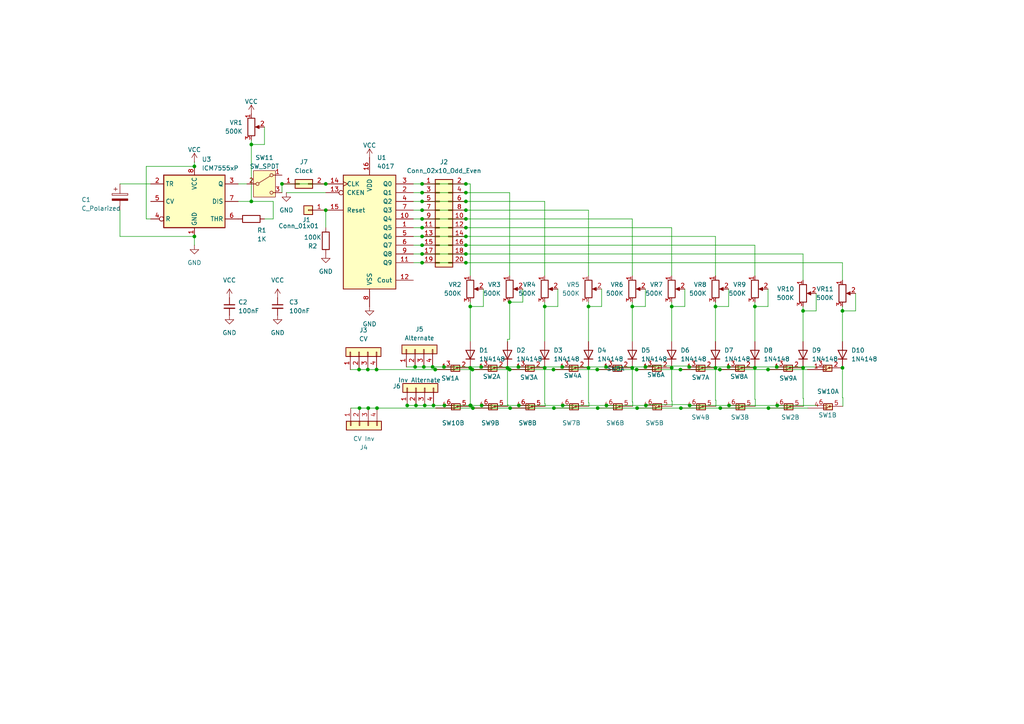
<source format=kicad_sch>
(kicad_sch (version 20250114) (generator "eeschema") (generator_version "9.0")
  (paper "A4")
  (lib_symbols
    (symbol "4xxx:4017" (pin_names (offset 1.016))
      (property "Reference" "U" (at -7.62 16.51 0))
      (property "Value" "4017" (at -7.62 -19.05 0))
      (symbol "4017_1_0"
        (pin input clock (at -12.7 12.7 0) (length 5.08) (name "CLK") (number "14"))
        (pin input inverted (at -12.7 10.16 0) (length 5.08) (name "CKEN") (number "13"))
        (pin input line (at -12.7 5.08 0) (length 5.08) (name "Reset") (number "15"))
        (pin power_in line (at 0 20.32 270) (length 5.08) (name "VDD") (number "16"))
        (pin power_in line (at 0 -22.86 90) (length 5.08) (name "VSS") (number "8"))
        (pin output line (at 12.7 12.7 180) (length 5.08) (name "Q0") (number "3"))
        (pin output line (at 12.7 10.16 180) (length 5.08) (name "Q1") (number "2"))
        (pin output line (at 12.7 7.62 180) (length 5.08) (name "Q2") (number "4"))
        (pin output line (at 12.7 5.08 180) (length 5.08) (name "Q3") (number "7"))
        (pin output line (at 12.7 2.54 180) (length 5.08) (name "Q4") (number "10"))
        (pin output line (at 12.7 0 180) (length 5.08) (name "Q5") (number "1"))
        (pin output line (at 12.7 -2.54 180) (length 5.08) (name "Q6") (number "5"))
        (pin output line (at 12.7 -5.08 180) (length 5.08) (name "Q7") (number "6"))
        (pin output line (at 12.7 -7.62 180) (length 5.08) (name "Q8") (number "9"))
        (pin output line (at 12.7 -10.16 180) (length 5.08) (name "Q9") (number "11"))
        (pin output line (at 12.7 -15.24 180) (length 5.08) (name "Cout") (number "12"))
      )
      (symbol "4017_1_1"
        (rectangle (start -7.62 15.24) (end 7.62 -17.78) (stroke (width 0.254)) (fill (type background)))
      )
    )
    (symbol "Connector_Generic:Conn_01x01" (pin_names (offset 1.016) (hide yes))
      (property "Reference" "J" (at 0 2.54 0))
      (property "Value" "Conn_01x01" (at 0 -2.54 0))
      (symbol "Conn_01x01_1_1"
        (rectangle (start -1.27 1.27) (end 1.27 -1.27) (stroke (width 0.254)) (fill (type background)))
        (rectangle (start -1.27 0.127) (end 0 -0.127) (stroke (width 0.1524)))
        (pin passive line (at -5.08 0 0) (length 3.81) (name "Pin_1") (number "1"))
      )
    )
    (symbol "Connector_Generic:Conn_01x04" (pin_names (offset 1.016) (hide yes))
      (property "Reference" "J" (at 0 5.08 0))
      (property "Value" "Conn_01x04" (at 0 -7.62 0))
      (symbol "Conn_01x04_1_1"
        (rectangle (start -1.27 3.81) (end 1.27 -6.35) (stroke (width 0.254)) (fill (type background)))
        (rectangle (start -1.27 2.667) (end 0 2.413) (stroke (width 0.1524)))
        (rectangle (start -1.27 0.127) (end 0 -0.127) (stroke (width 0.1524)))
        (rectangle (start -1.27 -2.413) (end 0 -2.667) (stroke (width 0.1524)))
        (rectangle (start -1.27 -4.953) (end 0 -5.207) (stroke (width 0.1524)))
        (pin passive line (at -5.08 2.54 0) (length 3.81) (name "Pin_1") (number "1"))
        (pin passive line (at -5.08 0 0) (length 3.81) (name "Pin_2") (number "2"))
        (pin passive line (at -5.08 -2.54 0) (length 3.81) (name "Pin_3") (number "3"))
        (pin passive line (at -5.08 -5.08 0) (length 3.81) (name "Pin_4") (number "4"))
      )
    )
    (symbol "Connector_Generic:Conn_02x01" (pin_names (offset 1.016) (hide yes))
      (property "Reference" "J" (at 1.27 2.54 0))
      (property "Value" "Conn_02x01" (at 1.27 -2.54 0))
      (symbol "Conn_02x01_1_1"
        (rectangle (start -1.27 1.27) (end 3.81 -1.27) (stroke (width 0.254)) (fill (type background)))
        (rectangle (start -1.27 0.127) (end 0 -0.127) (stroke (width 0.1524)))
        (rectangle (start 3.81 0.127) (end 2.54 -0.127) (stroke (width 0.1524)))
        (pin passive line (at -5.08 0 0) (length 3.81) (name "Pin_1") (number "1"))
        (pin passive line (at 7.62 0 180) (length 3.81) (name "Pin_2") (number "2"))
      )
    )
    (symbol "Connector_Generic:Conn_02x10_Odd_Even" (pin_names (offset 1.016) (hide yes))
      (property "Reference" "J" (at 1.27 12.7 0))
      (property "Value" "Conn_02x10_Odd_Even" (at 1.27 -15.24 0))
      (symbol "Conn_02x10_Odd_Even_1_1"
        (rectangle (start -1.27 11.43) (end 3.81 -13.97) (stroke (width 0.254)) (fill (type background)))
        (rectangle (start -1.27 10.287) (end 0 10.033) (stroke (width 0.1524)))
        (rectangle (start -1.27 7.747) (end 0 7.493) (stroke (width 0.1524)))
        (rectangle (start -1.27 5.207) (end 0 4.953) (stroke (width 0.1524)))
        (rectangle (start -1.27 2.667) (end 0 2.413) (stroke (width 0.1524)))
        (rectangle (start -1.27 0.127) (end 0 -0.127) (stroke (width 0.1524)))
        (rectangle (start -1.27 -2.413) (end 0 -2.667) (stroke (width 0.1524)))
        (rectangle (start -1.27 -4.953) (end 0 -5.207) (stroke (width 0.1524)))
        (rectangle (start -1.27 -7.493) (end 0 -7.747) (stroke (width 0.1524)))
        (rectangle (start -1.27 -10.033) (end 0 -10.287) (stroke (width 0.1524)))
        (rectangle (start -1.27 -12.573) (end 0 -12.827) (stroke (width 0.1524)))
        (rectangle (start 3.81 10.287) (end 2.54 10.033) (stroke (width 0.1524)))
        (rectangle (start 3.81 7.747) (end 2.54 7.493) (stroke (width 0.1524)))
        (rectangle (start 3.81 5.207) (end 2.54 4.953) (stroke (width 0.1524)))
        (rectangle (start 3.81 2.667) (end 2.54 2.413) (stroke (width 0.1524)))
        (rectangle (start 3.81 0.127) (end 2.54 -0.127) (stroke (width 0.1524)))
        (rectangle (start 3.81 -2.413) (end 2.54 -2.667) (stroke (width 0.1524)))
        (rectangle (start 3.81 -4.953) (end 2.54 -5.207) (stroke (width 0.1524)))
        (rectangle (start 3.81 -7.493) (end 2.54 -7.747) (stroke (width 0.1524)))
        (rectangle (start 3.81 -10.033) (end 2.54 -10.287) (stroke (width 0.1524)))
        (rectangle (start 3.81 -12.573) (end 2.54 -12.827) (stroke (width 0.1524)))
        (pin passive line (at -5.08 10.16 0) (length 3.81) (name "Pin_1") (number "1"))
        (pin passive line (at -5.08 7.62 0) (length 3.81) (name "Pin_3") (number "3"))
        (pin passive line (at -5.08 5.08 0) (length 3.81) (name "Pin_5") (number "5"))
        (pin passive line (at -5.08 2.54 0) (length 3.81) (name "Pin_7") (number "7"))
        (pin passive line (at -5.08 0 0) (length 3.81) (name "Pin_9") (number "9"))
        (pin passive line (at -5.08 -2.54 0) (length 3.81) (name "Pin_11") (number "11"))
        (pin passive line (at -5.08 -5.08 0) (length 3.81) (name "Pin_13") (number "13"))
        (pin passive line (at -5.08 -7.62 0) (length 3.81) (name "Pin_15") (number "15"))
        (pin passive line (at -5.08 -10.16 0) (length 3.81) (name "Pin_17") (number "17"))
        (pin passive line (at -5.08 -12.7 0) (length 3.81) (name "Pin_19") (number "19"))
        (pin passive line (at 7.62 10.16 180) (length 3.81) (name "Pin_2") (number "2"))
        (pin passive line (at 7.62 7.62 180) (length 3.81) (name "Pin_4") (number "4"))
        (pin passive line (at 7.62 5.08 180) (length 3.81) (name "Pin_6") (number "6"))
        (pin passive line (at 7.62 2.54 180) (length 3.81) (name "Pin_8") (number "8"))
        (pin passive line (at 7.62 0 180) (length 3.81) (name "Pin_10") (number "10"))
        (pin passive line (at 7.62 -2.54 180) (length 3.81) (name "Pin_12") (number "12"))
        (pin passive line (at 7.62 -5.08 180) (length 3.81) (name "Pin_14") (number "14"))
        (pin passive line (at 7.62 -7.62 180) (length 3.81) (name "Pin_16") (number "16"))
        (pin passive line (at 7.62 -10.16 180) (length 3.81) (name "Pin_18") (number "18"))
        (pin passive line (at 7.62 -12.7 180) (length 3.81) (name "Pin_20") (number "20"))
      )
    )
    (symbol "Device:C_Polarized" (pin_numbers (hide yes)) (pin_names (offset 0.254))
      (property "Reference" "C" (at 0.635 2.54 0))
      (property "Value" "C_Polarized" (at 0.635 -2.54 0))
      (symbol "C_Polarized_0_1"
        (rectangle (start -2.286 0.508) (end 2.286 1.016))
        (polyline (pts (xy -1.778 2.286) (xy -0.762 2.286)))
        (polyline (pts (xy -1.27 2.794) (xy -1.27 1.778)))
        (rectangle (start 2.286 -0.508) (end -2.286 -1.016) (fill (type outline)))
      )
      (symbol "C_Polarized_1_1"
        (pin passive line (at 0 3.81 270) (length 2.794) (name "~") (number "1"))
        (pin passive line (at 0 -3.81 90) (length 2.794) (name "~") (number "2"))
      )
    )
    (symbol "Device:C_Small" (pin_numbers (hide yes)) (pin_names (offset 0.254) (hide yes))
      (property "Reference" "C" (at 0.254 1.778 0))
      (property "Value" "C_Small" (at 0.254 -2.032 0))
      (symbol "C_Small_0_1"
        (polyline (pts (xy -1.524 0.508) (xy 1.524 0.508)) (stroke (width 0.3048)))
        (polyline (pts (xy -1.524 -0.508) (xy 1.524 -0.508)) (stroke (width 0.3302)))
      )
      (symbol "C_Small_1_1"
        (pin passive line (at 0 2.54 270) (length 2.032) (name "~") (number "1"))
        (pin passive line (at 0 -2.54 90) (length 2.032) (name "~") (number "2"))
      )
    )
    (symbol "Device:R" (pin_numbers (hide yes)) (pin_names (offset 0))
      (property "Reference" "R" (at 2.032 0 90))
      (property "Value" "R" (at 0 0 90))
      (symbol "R_0_1"
        (rectangle (start -1.016 -2.54) (end 1.016 2.54) (stroke (width 0.254)))
      )
      (symbol "R_1_1"
        (pin passive line (at 0 3.81 270) (length 1.27) (name "~") (number "1"))
        (pin passive line (at 0 -3.81 90) (length 1.27) (name "~") (number "2"))
      )
    )
    (symbol "Device:R_Potentiometer" (pin_names (offset 1.016) (hide yes))
      (property "Reference" "RV" (at -4.445 0 90))
      (property "Value" "R_Potentiometer" (at -2.54 0 90))
      (symbol "R_Potentiometer_0_1"
        (rectangle (start 1.016 2.54) (end -1.016 -2.54) (stroke (width 0.254)))
        (polyline (pts (xy 1.143 0) (xy 2.286 0.508) (xy 2.286 -0.508) (xy 1.143 0)) (fill (type outline)))
        (polyline (pts (xy 2.54 0) (xy 1.524 0)))
      )
      (symbol "R_Potentiometer_1_1"
        (pin passive line (at 0 3.81 270) (length 1.27) (name "1") (number "1"))
        (pin passive line (at 0 -3.81 90) (length 1.27) (name "3") (number "3"))
        (pin passive line (at 3.81 0 180) (length 1.27) (name "2") (number "2"))
      )
    )
    (symbol "Diode:1N4148" (pin_numbers (hide yes)) (pin_names (hide yes))
      (property "Reference" "D" (at 0 2.54 0))
      (property "Value" "1N4148" (at 0 -2.54 0))
      (symbol "1N4148_0_1"
        (polyline (pts (xy -1.27 1.27) (xy -1.27 -1.27)) (stroke (width 0.254)))
        (polyline (pts (xy 1.27 1.27) (xy 1.27 -1.27) (xy -1.27 0) (xy 1.27 1.27)) (stroke (width 0.254)))
        (polyline (pts (xy 1.27 0) (xy -1.27 0)))
      )
      (symbol "1N4148_1_1"
        (pin passive line (at -3.81 0 0) (length 2.54) (name "K") (number "1"))
        (pin passive line (at 3.81 0 180) (length 2.54) (name "A") (number "2"))
      )
    )
    (symbol "Switch:SW_SPDT" (pin_names (offset 0) (hide yes))
      (property "Reference" "SW" (at 0 5.08 0))
      (property "Value" "SW_SPDT" (at 0 -5.08 0))
      (symbol "SW_SPDT_0_1"
        (circle (center -2.032 0) (radius 0.4572))
        (polyline (pts (xy -1.651 0.254) (xy 1.651 2.286)))
        (circle (center 2.032 2.54) (radius 0.4572))
        (circle (center 2.032 -2.54) (radius 0.4572))
      )
      (symbol "SW_SPDT_1_1"
        (rectangle (start -3.175 3.81) (end 3.175 -3.81) (fill (type background)))
        (pin passive line (at -5.08 0 0) (length 2.54) (name "B") (number "2"))
        (pin passive line (at 5.08 2.54 180) (length 2.54) (name "A") (number "1"))
        (pin passive line (at 5.08 -2.54 180) (length 2.54) (name "C") (number "3"))
      )
    )
    (symbol "Timer:ICM7555xP"
      (property "Reference" "U" (at -10.16 8.89 0))
      (property "Value" "ICM7555xP" (at 2.54 8.89 0))
      (symbol "ICM7555xP_0_0"
        (pin power_in line (at 0 10.16 270) (length 2.54) (name "VCC") (number "8"))
        (pin power_in line (at 0 -10.16 90) (length 2.54) (name "GND") (number "1"))
      )
      (symbol "ICM7555xP_0_1"
        (rectangle (start -8.89 -7.62) (end 8.89 7.62) (stroke (width 0.254)) (fill (type background)))
        (rectangle (start -8.89 -7.62) (end 8.89 7.62) (stroke (width 0.254)) (fill (type background)))
      )
      (symbol "ICM7555xP_1_1"
        (pin input line (at -12.7 5.08 0) (length 3.81) (name "TR") (number "2"))
        (pin input line (at -12.7 0 0) (length 3.81) (name "CV") (number "5"))
        (pin input inverted (at -12.7 -5.08 0) (length 3.81) (name "R") (number "4"))
        (pin output line (at 12.7 5.08 180) (length 3.81) (name "Q") (number "3"))
        (pin input line (at 12.7 0 180) (length 3.81) (name "DIS") (number "7"))
        (pin input line (at 12.7 -5.08 180) (length 3.81) (name "THR") (number "6"))
      )
    )
    (symbol "latching_switch:SW_DPDT_x2_Latching" (pin_names (offset 0) (hide yes))
      (property "Reference" "SW" (at -0.508 2.032 0))
      (property "Value" "SW_DPDT_x2_Latching" (at 1.27 -1.778 0))
      (symbol "SW_DPDT_x2_Latching_0_0"
        (circle (center -1.27 0) (radius 0.254))
        (circle (center -0.254 -0.254) (radius 0.254))
      )
      (symbol "SW_DPDT_x2_Latching_0_1"
        (rectangle (start -2.032 1.016) (end 0.508 -0.762) (stroke (width 0.254)) (fill (type background)))
        (polyline (pts (xy -1.27 0) (xy -0.254 0.508)))
        (circle (center -0.254 0.508) (radius 0.254))
      )
      (symbol "SW_DPDT_x2_Latching_1_1"
        (pin passive line (at -5.08 0 0) (length 3.81) (name "B") (number "2"))
        (pin passive line (at 2.54 -0.254 180) (length 2.54) (name "C") (number "3"))
        (pin passive line (at 5.08 0.508 180) (length 5.08) (name "A") (number "1"))
      )
      (symbol "SW_DPDT_x2_Latching_2_1"
        (pin passive line (at -5.08 0 0) (length 3.81) (name "B") (number "5"))
        (pin passive line (at 2.54 -0.254 180) (length 2.54) (name "C") (number "6"))
        (pin passive line (at 5.08 0.508 180) (length 5.08) (name "A") (number "4"))
      )
    )
    (symbol "power:GND" (power) (pin_numbers (hide yes)) (pin_names (offset 0) (hide yes))
      (property "Value" "GND" (at 0 -3.81 0))
      (symbol "GND_0_1"
        (polyline (pts (xy 0 0) (xy 0 -1.27) (xy 1.27 -1.27) (xy 0 -2.54) (xy -1.27 -1.27) (xy 0 -1.27)))
      )
      (symbol "GND_1_1"
        (pin power_in line (at 0 0 270) (length 0) (name "~") (number "1"))
      )
    )
    (symbol "power:VCC" (power) (pin_numbers (hide yes)) (pin_names (offset 0) (hide yes))
      (property "Value" "VCC" (at 0 3.556 0))
      (symbol "VCC_0_1"
        (polyline (pts (xy -0.762 1.27) (xy 0 2.54)))
        (polyline (pts (xy 0 2.54) (xy 0.762 1.27)))
        (polyline (pts (xy 0 0) (xy 0 2.54)))
      )
      (symbol "VCC_1_1"
        (pin power_in line (at 0 0 90) (length 0) (name "~") (number "1"))
      )
    )
  )
  (junction (at 122.428 58.42))
  (junction (at 211.328 106.426))
  (junction (at 122.428 53.34))
  (junction (at 222.885 118.364))
  (junction (at 136.398 117.602))
  (junction (at 72.898 58.42))
  (junction (at 135.128 58.42))
  (junction (at 187.325 117.602))
  (junction (at 244.348 106.68))
  (junction (at 135.128 76.2))
  (junction (at 211.455 117.602))
  (junction (at 157.988 106.68))
  (junction (at 135.128 55.88))
  (junction (at 104.267 118.364))
  (junction (at 175.768 106.426))
  (junction (at 120.65 117.602))
  (junction (at 122.428 71.12))
  (junction (at 81.788 53.34))
  (junction (at 208.788 107.188))
  (junction (at 225.298 106.426))
  (junction (at 232.918 106.68))
  (junction (at 160.655 118.364))
  (junction (at 94.488 60.96))
  (junction (at 218.948 88.9))
  (junction (at 208.915 118.364))
  (junction (at 232.918 90.17))
  (junction (at 135.128 68.58))
  (junction (at 137.033 107.188))
  (junction (at 244.348 90.17))
  (junction (at 184.658 107.188))
  (junction (at 56.388 48.26))
  (junction (at 122.428 68.58))
  (junction (at 106.807 118.364))
  (junction (at 104.14 107.188))
  (junction (at 135.128 53.34))
  (junction (at 122.428 60.96))
  (junction (at 150.368 106.426))
  (junction (at 135.128 63.5))
  (junction (at 126.238 107.188))
  (junction (at 136.398 106.68))
  (junction (at 135.128 60.96))
  (junction (at 122.936 106.426))
  (junction (at 170.688 88.9))
  (junction (at 122.428 63.5))
  (junction (at 125.73 117.602))
  (junction (at 225.425 117.602))
  (junction (at 135.128 73.66))
  (junction (at 157.988 88.9))
  (junction (at 150.495 117.602))
  (junction (at 184.785 118.364))
  (junction (at 194.818 106.68))
  (junction (at 109.347 118.364))
  (junction (at 122.428 73.66))
  (junction (at 139.573 106.426))
  (junction (at 120.396 106.426))
  (junction (at 94.488 53.34))
  (junction (at 125.476 106.426))
  (junction (at 135.128 71.12))
  (junction (at 173.355 118.364))
  (junction (at 147.193 106.68))
  (junction (at 200.025 117.602))
  (junction (at 122.428 66.04))
  (junction (at 123.19 117.602))
  (junction (at 218.948 106.68))
  (junction (at 147.828 87.63))
  (junction (at 183.388 106.68))
  (junction (at 207.518 106.68))
  (junction (at 122.428 76.2))
  (junction (at 135.128 66.04))
  (junction (at 197.358 107.188))
  (junction (at 163.195 117.602))
  (junction (at 147.828 107.188))
  (junction (at 147.955 118.364))
  (junction (at 163.068 106.426))
  (junction (at 118.11 117.602))
  (junction (at 106.68 107.188))
  (junction (at 175.895 117.602))
  (junction (at 173.228 107.188))
  (junction (at 72.898 41.91))
  (junction (at 109.22 107.188))
  (junction (at 199.898 106.426))
  (junction (at 136.525 117.602))
  (junction (at 128.905 117.602))
  (junction (at 56.388 68.58))
  (junction (at 136.398 88.9))
  (junction (at 194.818 88.9))
  (junction (at 128.778 106.426))
  (junction (at 137.16 118.364))
  (junction (at 170.688 106.68))
  (junction (at 139.7 117.602))
  (junction (at 222.758 107.188))
  (junction (at 187.198 106.426))
  (junction (at 122.428 55.88))
  (junction (at 207.518 88.9))
  (junction (at 183.388 88.9))
  (junction (at 160.528 107.188))
  (junction (at 197.485 118.364))
  (wire (pts (xy 56.388 71.12) (xy 56.388 68.58)))
  (wire (pts (xy 122.428 58.42) (xy 135.128 58.42)))
  (wire (pts (xy 197.358 107.188) (xy 208.788 107.188)))
  (wire (pts (xy 34.798 68.58) (xy 34.798 60.96)))
  (wire (pts (xy 236.728 90.17) (xy 232.918 90.17)))
  (wire (pts (xy 122.428 71.12) (xy 135.128 71.12)))
  (wire (pts (xy 244.475 115.316) (xy 244.348 115.316)))
  (wire (pts (xy 183.515 116.586) (xy 183.388 116.586)))
  (wire (pts (xy 207.518 68.58) (xy 207.518 80.01)))
  (wire (pts (xy 194.818 66.04) (xy 194.818 80.01)))
  (wire (pts (xy 79.248 63.5) (xy 79.248 58.42)))
  (wire (pts (xy 136.398 117.602) (xy 136.525 117.602)))
  (wire (pts (xy 194.945 116.332) (xy 194.945 117.856)))
  (wire (pts (xy 183.388 87.63) (xy 183.388 88.9)))
  (wire (pts (xy 232.918 99.06) (xy 232.918 90.17)))
  (wire (pts (xy 56.388 46.99) (xy 56.388 48.26)))
  (wire (pts (xy 200.025 117.348) (xy 200.025 117.602)))
  (wire (pts (xy 211.328 83.82) (xy 211.328 88.9)))
  (wire (pts (xy 222.758 83.82) (xy 222.758 88.9)))
  (wire (pts (xy 135.128 58.42) (xy 157.988 58.42)))
  (wire (pts (xy 122.428 66.04) (xy 135.128 66.04)))
  (wire (pts (xy 218.948 115.824) (xy 218.948 106.68)))
  (wire (pts (xy 211.328 88.9) (xy 207.518 88.9)))
  (wire (pts (xy 147.955 118.364) (xy 160.655 118.364)))
  (wire (pts (xy 244.348 88.9) (xy 244.348 90.17)))
  (wire (pts (xy 139.7 117.602) (xy 150.495 117.602)))
  (wire (pts (xy 174.498 88.9) (xy 170.688 88.9)))
  (wire (pts (xy 222.758 107.188) (xy 234.188 107.188)))
  (wire (pts (xy 122.428 76.2) (xy 135.128 76.2)))
  (wire (pts (xy 207.518 87.63) (xy 207.518 88.9)))
  (wire (pts (xy 198.628 88.9) (xy 194.818 88.9)))
  (wire (pts (xy 128.778 106.426) (xy 139.573 106.426)))
  (wire (pts (xy 135.128 76.2) (xy 244.348 76.2)))
  (wire (pts (xy 122.936 106.426) (xy 125.476 106.426)))
  (wire (pts (xy 170.688 88.9) (xy 170.688 99.06)))
  (wire (pts (xy 183.515 116.586) (xy 183.515 117.856)))
  (wire (pts (xy 151.638 83.82) (xy 151.638 87.63)))
  (wire (pts (xy 106.807 118.364) (xy 109.347 118.364)))
  (wire (pts (xy 187.198 83.82) (xy 187.198 88.9)))
  (wire (pts (xy 119.888 76.2) (xy 122.428 76.2)))
  (wire (pts (xy 232.918 81.28) (xy 232.918 73.66)))
  (wire (pts (xy 161.798 83.82) (xy 161.798 88.9)))
  (wire (pts (xy 160.528 107.188) (xy 173.228 107.188)))
  (wire (pts (xy 199.898 106.426) (xy 211.328 106.426)))
  (wire (pts (xy 126.619 118.364) (xy 137.16 118.364)))
  (wire (pts (xy 197.485 118.364) (xy 208.915 118.364)))
  (wire (pts (xy 94.488 66.04) (xy 94.488 60.96)))
  (wire (pts (xy 136.398 53.34) (xy 136.398 80.01)))
  (wire (pts (xy 218.948 87.63) (xy 218.948 88.9)))
  (wire (pts (xy 119.888 71.12) (xy 122.428 71.12)))
  (wire (pts (xy 128.905 117.602) (xy 136.398 117.602)))
  (wire (pts (xy 248.158 90.17) (xy 244.348 90.17)))
  (wire (pts (xy 219.075 115.824) (xy 218.948 115.824)))
  (wire (pts (xy 135.128 60.96) (xy 170.688 60.96)))
  (wire (pts (xy 136.525 117.602) (xy 139.7 117.602)))
  (wire (pts (xy 147.193 117.348) (xy 147.193 106.68)))
  (wire (pts (xy 72.898 58.42) (xy 69.088 58.42)))
  (wire (pts (xy 119.888 60.96) (xy 122.428 60.96)))
  (wire (pts (xy 183.388 63.5) (xy 183.388 80.01)))
  (wire (pts (xy 135.128 53.34) (xy 136.398 53.34)))
  (wire (pts (xy 139.573 106.426) (xy 150.368 106.426)))
  (wire (pts (xy 157.988 88.9) (xy 157.988 99.06)))
  (wire (pts (xy 135.128 71.12) (xy 218.948 71.12)))
  (wire (pts (xy 170.815 116.84) (xy 170.688 116.84)))
  (wire (pts (xy 119.888 55.88) (xy 122.428 55.88)))
  (wire (pts (xy 225.298 106.426) (xy 236.728 106.426)))
  (wire (pts (xy 157.988 58.42) (xy 157.988 80.01)))
  (wire (pts (xy 174.498 83.82) (xy 174.498 88.9)))
  (wire (pts (xy 207.518 88.9) (xy 207.518 99.06)))
  (wire (pts (xy 163.195 117.602) (xy 175.895 117.602)))
  (wire (pts (xy 208.915 118.364) (xy 222.885 118.364)))
  (wire (pts (xy 187.198 88.9) (xy 183.388 88.9)))
  (wire (pts (xy 199.898 106.172) (xy 199.898 106.426)))
  (wire (pts (xy 244.348 90.17) (xy 244.348 99.06)))
  (wire (pts (xy 163.068 106.426) (xy 175.768 106.426)))
  (wire (pts (xy 184.785 118.364) (xy 197.485 118.364)))
  (wire (pts (xy 236.728 85.09) (xy 236.728 90.17)))
  (wire (pts (xy 233.045 115.57) (xy 232.918 115.57)))
  (wire (pts (xy 76.708 41.91) (xy 72.898 41.91)))
  (wire (pts (xy 136.398 117.602) (xy 136.398 106.68)))
  (wire (pts (xy 119.888 63.5) (xy 122.428 63.5)))
  (wire (pts (xy 158.115 117.094) (xy 158.115 117.856)))
  (wire (pts (xy 119.888 66.04) (xy 122.428 66.04)))
  (wire (pts (xy 207.645 116.078) (xy 207.645 117.856)))
  (wire (pts (xy 135.128 63.5) (xy 183.388 63.5)))
  (wire (pts (xy 76.708 36.83) (xy 76.708 41.91)))
  (wire (pts (xy 218.948 71.12) (xy 218.948 80.01)))
  (wire (pts (xy 244.348 76.2) (xy 244.348 81.28)))
  (wire (pts (xy 125.73 117.602) (xy 128.905 117.602)))
  (wire (pts (xy 42.418 63.5) (xy 43.688 63.5)))
  (wire (pts (xy 147.32 117.348) (xy 147.193 117.348)))
  (wire (pts (xy 147.828 55.88) (xy 147.828 80.01)))
  (wire (pts (xy 147.828 107.188) (xy 160.528 107.188)))
  (wire (pts (xy 117.983 117.602) (xy 118.11 117.602)))
  (wire (pts (xy 119.888 68.58) (xy 122.428 68.58)))
  (wire (pts (xy 244.475 115.316) (xy 244.475 117.856)))
  (wire (pts (xy 42.418 48.26) (xy 56.388 48.26)))
  (wire (pts (xy 122.428 60.96) (xy 135.128 60.96)))
  (wire (pts (xy 187.325 117.348) (xy 187.325 117.602)))
  (wire (pts (xy 232.918 90.17) (xy 232.918 88.9)))
  (wire (pts (xy 104.267 118.364) (xy 106.807 118.364)))
  (wire (pts (xy 183.388 116.586) (xy 183.388 106.68)))
  (wire (pts (xy 211.455 117.602) (xy 225.425 117.602)))
  (wire (pts (xy 72.898 41.91) (xy 72.898 58.42)))
  (wire (pts (xy 125.476 106.426) (xy 128.778 106.426)))
  (wire (pts (xy 175.895 117.602) (xy 187.325 117.602)))
  (wire (pts (xy 137.033 107.188) (xy 147.828 107.188)))
  (wire (pts (xy 147.193 98.425) (xy 147.193 99.06)))
  (wire (pts (xy 173.355 118.364) (xy 184.785 118.364)))
  (wire (pts (xy 147.32 117.348) (xy 147.32 117.856)))
  (wire (pts (xy 207.518 116.078) (xy 207.518 106.68)))
  (wire (pts (xy 187.198 106.172) (xy 187.198 106.426)))
  (wire (pts (xy 120.396 106.426) (xy 122.936 106.426)))
  (wire (pts (xy 122.428 63.5) (xy 135.128 63.5)))
  (wire (pts (xy 187.325 117.348) (xy 200.025 117.348)))
  (wire (pts (xy 69.088 53.34) (xy 71.628 53.34)))
  (wire (pts (xy 170.688 60.96) (xy 170.688 80.01)))
  (wire (pts (xy 79.248 58.42) (xy 72.898 58.42)))
  (wire (pts (xy 122.428 73.66) (xy 135.128 73.66)))
  (wire (pts (xy 194.945 116.332) (xy 194.818 116.332)))
  (wire (pts (xy 232.918 115.57) (xy 232.918 106.68)))
  (wire (pts (xy 157.988 117.094) (xy 157.988 106.68)))
  (wire (pts (xy 198.628 83.82) (xy 198.628 88.9)))
  (wire (pts (xy 194.818 116.332) (xy 194.818 106.68)))
  (wire (pts (xy 136.525 117.602) (xy 136.525 117.856)))
  (wire (pts (xy 150.368 106.426) (xy 163.068 106.426)))
  (wire (pts (xy 151.638 87.63) (xy 147.828 87.63)))
  (wire (pts (xy 219.075 115.824) (xy 219.075 117.856)))
  (wire (pts (xy 187.198 106.172) (xy 199.898 106.172)))
  (wire (pts (xy 72.898 40.64) (xy 72.898 41.91)))
  (wire (pts (xy 137.16 118.364) (xy 147.955 118.364)))
  (wire (pts (xy 225.425 117.602) (xy 236.855 117.602)))
  (wire (pts (xy 160.655 118.364) (xy 173.355 118.364)))
  (wire (pts (xy 161.798 88.9) (xy 157.988 88.9)))
  (wire (pts (xy 104.14 107.188) (xy 106.68 107.188)))
  (wire (pts (xy 140.208 83.82) (xy 140.208 88.9)))
  (wire (pts (xy 175.768 106.426) (xy 187.198 106.426)))
  (wire (pts (xy 101.727 118.364) (xy 104.267 118.364)))
  (wire (pts (xy 109.22 107.188) (xy 126.238 107.188)))
  (wire (pts (xy 119.888 58.42) (xy 122.428 58.42)))
  (wire (pts (xy 136.398 88.9) (xy 136.398 99.06)))
  (wire (pts (xy 170.688 116.84) (xy 170.688 106.68)))
  (wire (pts (xy 194.818 88.9) (xy 194.818 99.06)))
  (wire (pts (xy 150.495 117.602) (xy 163.195 117.602)))
  (wire (pts (xy 109.347 118.364) (xy 126.365 118.364)))
  (wire (pts (xy 222.758 88.9) (xy 218.948 88.9)))
  (wire (pts (xy 101.6 107.188) (xy 104.14 107.188)))
  (wire (pts (xy 173.228 107.188) (xy 184.658 107.188)))
  (wire (pts (xy 135.128 55.88) (xy 147.828 55.88)))
  (wire (pts (xy 158.115 117.094) (xy 157.988 117.094)))
  (wire (pts (xy 184.658 107.188) (xy 197.358 107.188)))
  (wire (pts (xy 208.788 107.188) (xy 222.758 107.188)))
  (wire (pts (xy 42.418 48.26) (xy 42.418 63.5)))
  (wire (pts (xy 147.828 98.425) (xy 147.828 87.63)))
  (wire (pts (xy 117.856 106.426) (xy 120.396 106.426)))
  (wire (pts (xy 222.885 118.364) (xy 234.315 118.364)))
  (wire (pts (xy 106.68 107.188) (xy 109.22 107.188)))
  (wire (pts (xy 126.238 107.188) (xy 137.033 107.188)))
  (wire (pts (xy 123.19 117.602) (xy 125.73 117.602)))
  (wire (pts (xy 136.398 87.63) (xy 136.398 88.9)))
  (wire (pts (xy 207.645 116.078) (xy 207.518 116.078)))
  (wire (pts (xy 248.158 85.09) (xy 248.158 90.17)))
  (wire (pts (xy 135.128 73.66) (xy 232.918 73.66)))
  (wire (pts (xy 183.388 88.9) (xy 183.388 99.06)))
  (wire (pts (xy 135.128 68.58) (xy 207.518 68.58)))
  (wire (pts (xy 170.688 87.63) (xy 170.688 88.9)))
  (wire (pts (xy 194.818 87.63) (xy 194.818 88.9)))
  (wire (pts (xy 119.888 73.66) (xy 122.428 73.66)))
  (wire (pts (xy 120.65 117.602) (xy 123.19 117.602)))
  (wire (pts (xy 81.788 53.34) (xy 81.788 55.88)))
  (wire (pts (xy 122.428 68.58) (xy 135.128 68.58)))
  (wire (pts (xy 122.428 55.88) (xy 135.128 55.88)))
  (wire (pts (xy 244.348 115.316) (xy 244.348 106.68)))
  (wire (pts (xy 76.708 63.5) (xy 79.248 63.5)))
  (wire (pts (xy 200.025 117.602) (xy 211.455 117.602)))
  (wire (pts (xy 119.888 53.34) (xy 122.428 53.34)))
  (wire (pts (xy 157.988 87.63) (xy 157.988 88.9)))
  (wire (pts (xy 122.428 53.34) (xy 135.128 53.34)))
  (wire (pts (xy 34.798 53.34) (xy 43.688 53.34)))
  (wire (pts (xy 140.208 88.9) (xy 136.398 88.9)))
  (wire (pts (xy 211.328 106.426) (xy 225.298 106.426)))
  (wire (pts (xy 83.058 55.88) (xy 94.488 55.88)))
  (wire (pts (xy 56.388 68.58) (xy 34.798 68.58)))
  (wire (pts (xy 135.128 66.04) (xy 194.818 66.04)))
  (wire (pts (xy 147.193 98.425) (xy 147.828 98.425)))
  (wire (pts (xy 170.815 116.84) (xy 170.815 117.856)))
  (wire (pts (xy 218.948 88.9) (xy 218.948 99.06)))
  (wire (pts (xy 233.045 115.57) (xy 233.045 117.856)))
  (wire (pts (xy 118.11 117.602) (xy 120.65 117.602)))
  (wire (pts (xy 81.788 53.34) (xy 94.488 53.34)))
  (symbol (lib_id "Connector_Generic:Conn_02x01") (at 86.868 53.34 0) (unit 1)
    (property "Reference" "J7" (at 88.138 46.99 0))
    (property "Value" "Clock" (at 88.138 49.53 0))
    (property "Footprint" "Connector_PinHeader_2.54mm:PinHeader_2x01_P2.54mm_Vertical" (effects (hide yes)))
    (property "Description" "Generic connector, double row, 02x01, this symbol is compatible with counter-clockwise, top-bottom and odd-even numbering schemes., script generated (kicad-library-utils/schlib/autogen/connector/)" (effects (hide yes)))
  )
  (symbol (lib_id "latching_switch:SW_DPDT_x2_Latching") (at 142.24 117.856 180) (unit 2)
    (property "Reference" "SW9" (at 142.24 122.682 0))
    (property "Value" "SW_DPDT_x2_Latching" (effects (hide yes)))
    (property "Footprint" "latching_switch:SW_DPDT_x2_Latching_2mm_pitch" (effects (hide yes)))
    (property "Description" "Switch, dual pole double throw, separate symbols" (effects (hide yes)))
  )
  (symbol (lib_id "power:VCC") (at 72.898 33.02 0) (unit 1)
    (property "Reference" "#PWR07" (effects (hide yes)))
    (property "Value" "VCC" (at 72.898 29.464 0))
    (property "Description" "Power symbol creates a global label with name \"VCC\"" (effects (hide yes)))
  )
  (symbol (lib_id "Device:R_Potentiometer") (at 207.518 83.82 0) (unit 1)
    (property "Reference" "VR8" (at 204.978 82.5499 0) (effects (justify right)))
    (property "Value" "500K" (at 204.978 85.0899 0) (effects (justify right)))
    (property "Footprint" "Potentiometer_THT:Potentiometer_Alps_RK097_Single_Horizontal" (effects (hide yes)))
    (property "Description" "Potentiometer" (effects (hide yes)))
  )
  (symbol (lib_id "Diode:1N4148") (at 244.348 102.87 90) (unit 1)
    (property "Reference" "D10" (at 246.888 101.5999 90) (effects (justify right)))
    (property "Value" "1N4148" (at 246.888 104.1399 90) (effects (justify right)))
    (property "Footprint" "Diode_THT:D_DO-35_SOD27_P7.62mm_Horizontal" (effects (hide yes)))
    (property "Datasheet" "https://assets.nexperia.com/documents/data-sheet/1N4148_1N4448.pdf" (effects (hide yes)))
    (property "Description" "100V 0.15A standard switching diode, DO-35" (effects (hide yes)))
    (property "Sim.Device" "D" (effects (hide yes)))
    (property "Sim.Pins" "1=K 2=A" (effects (hide yes)))
  )
  (symbol (lib_id "Diode:1N4148") (at 207.518 102.87 90) (unit 1)
    (property "Reference" "D7" (at 210.058 101.5999 90) (effects (justify right)))
    (property "Value" "1N4148" (at 210.058 104.1399 90) (effects (justify right)))
    (property "Footprint" "Diode_THT:D_DO-35_SOD27_P7.62mm_Horizontal" (effects (hide yes)))
    (property "Datasheet" "https://assets.nexperia.com/documents/data-sheet/1N4148_1N4448.pdf" (effects (hide yes)))
    (property "Description" "100V 0.15A standard switching diode, DO-35" (effects (hide yes)))
    (property "Sim.Device" "D" (effects (hide yes)))
    (property "Sim.Pins" "1=K 2=A" (effects (hide yes)))
  )
  (symbol (lib_id "Device:R_Potentiometer") (at 232.918 85.09 0) (unit 1)
    (property "Reference" "VR10" (at 230.378 83.8199 0) (effects (justify right)))
    (property "Value" "500K" (at 230.378 86.3599 0) (effects (justify right)))
    (property "Footprint" "Potentiometer_THT:Potentiometer_Alps_RK097_Single_Horizontal" (effects (hide yes)))
    (property "Description" "Potentiometer" (effects (hide yes)))
  )
  (symbol (lib_id "Device:R") (at 72.898 63.5 90) (unit 1)
    (property "Reference" "R1" (at 75.946 66.802 90))
    (property "Value" "1K" (at 75.946 69.342 90))
    (property "Footprint" "Resistor_THT:R_Axial_DIN0207_L6.3mm_D2.5mm_P10.16mm_Horizontal" (effects (hide yes)))
    (property "Description" "Resistor" (effects (hide yes)))
  )
  (symbol (lib_id "Diode:1N4148") (at 157.988 102.87 90) (unit 1)
    (property "Reference" "D3" (at 160.528 101.5999 90) (effects (justify right)))
    (property "Value" "1N4148" (at 160.528 104.1399 90) (effects (justify right)))
    (property "Footprint" "Diode_THT:D_DO-35_SOD27_P7.62mm_Horizontal" (effects (hide yes)))
    (property "Datasheet" "https://assets.nexperia.com/documents/data-sheet/1N4148_1N4448.pdf" (effects (hide yes)))
    (property "Description" "100V 0.15A standard switching diode, DO-35" (effects (hide yes)))
    (property "Sim.Device" "D" (effects (hide yes)))
    (property "Sim.Pins" "1=K 2=A" (effects (hide yes)))
  )
  (symbol (lib_id "latching_switch:SW_DPDT_x2_Latching") (at 153.035 117.856 180) (unit 2)
    (property "Reference" "SW8" (at 153.035 122.682 0))
    (property "Value" "SW_DPDT_x2_Latching" (effects (hide yes)))
    (property "Footprint" "latching_switch:SW_DPDT_x2_Latching_2mm_pitch" (effects (hide yes)))
    (property "Description" "Switch, dual pole double throw, separate symbols" (effects (hide yes)))
  )
  (symbol (lib_id "Diode:1N4148") (at 136.398 102.87 90) (unit 1)
    (property "Reference" "D1" (at 138.938 101.5999 90) (effects (justify right)))
    (property "Value" "1N4148" (at 138.938 104.1399 90) (effects (justify right)))
    (property "Footprint" "Diode_THT:D_DO-35_SOD27_P7.62mm_Horizontal" (effects (hide yes)))
    (property "Datasheet" "https://assets.nexperia.com/documents/data-sheet/1N4148_1N4448.pdf" (effects (hide yes)))
    (property "Description" "100V 0.15A standard switching diode, DO-35" (effects (hide yes)))
    (property "Sim.Device" "D" (effects (hide yes)))
    (property "Sim.Pins" "1=K 2=A" (effects (hide yes)))
  )
  (symbol (lib_id "Device:R_Potentiometer") (at 244.348 85.09 0) (unit 1)
    (property "Reference" "VR11" (at 241.808 83.8199 0) (effects (justify right)))
    (property "Value" "500K" (at 241.808 86.3599 0) (effects (justify right)))
    (property "Footprint" "Potentiometer_THT:Potentiometer_Alps_RK097_Single_Horizontal" (effects (hide yes)))
    (property "Description" "Potentiometer" (effects (hide yes)))
  )
  (symbol (lib_id "latching_switch:SW_DPDT_x2_Latching") (at 202.438 106.68 180) (unit 1)
    (property "Reference" "SW7" (at 203.2 109.474 0))
    (property "Value" "SW_DPDT_x2_Latching" (effects (hide yes)))
    (property "Footprint" "latching_switch:SW_DPDT_x2_Latching_2mm_pitch" (effects (hide yes)))
    (property "Description" "Switch, dual pole double throw, separate symbols" (effects (hide yes)))
  )
  (symbol (lib_id "Connector_Generic:Conn_02x10_Odd_Even") (at 127.508 63.5 0) (unit 1)
    (property "Reference" "J2" (at 128.778 46.99 0))
    (property "Value" "Conn_02x10_Odd_Even" (at 128.778 49.53 0))
    (property "Footprint" "Connector_PinHeader_2.54mm:PinHeader_2x10_P2.54mm_Vertical" (effects (hide yes)))
    (property "Description" "Generic connector, double row, 02x10, odd/even pin numbering scheme (row 1 odd numbers, row 2 even numbers), script generated (kicad-library-utils/schlib/autogen/connector/)" (effects (hide yes)))
  )
  (symbol (lib_id "Device:R_Potentiometer") (at 72.898 36.83 0) (unit 1)
    (property "Reference" "VR1" (at 70.358 35.5599 0) (effects (justify right)))
    (property "Value" "500K" (at 70.358 38.0999 0) (effects (justify right)))
    (property "Footprint" "Potentiometer_THT:Potentiometer_Alps_RK097_Single_Horizontal" (effects (hide yes)))
    (property "Description" "Potentiometer" (effects (hide yes)))
  )
  (symbol (lib_id "latching_switch:SW_DPDT_x2_Latching") (at 189.865 117.856 180) (unit 2)
    (property "Reference" "SW5" (at 189.865 122.682 0))
    (property "Value" "SW_DPDT_x2_Latching" (effects (hide yes)))
    (property "Footprint" "latching_switch:SW_DPDT_x2_Latching_2mm_pitch" (effects (hide yes)))
    (property "Description" "Switch, dual pole double throw, separate symbols" (effects (hide yes)))
  )
  (symbol (lib_id "latching_switch:SW_DPDT_x2_Latching") (at 165.608 106.68 180) (unit 1)
    (property "Reference" "SW4" (at 166.116 108.966 0))
    (property "Value" "SW_DPDT_x2_Latching" (effects (hide yes)))
    (property "Footprint" "latching_switch:SW_DPDT_x2_Latching_2mm_pitch" (effects (hide yes)))
    (property "Description" "Switch, dual pole double throw, separate symbols" (effects (hide yes)))
  )
  (symbol (lib_id "Connector_Generic:Conn_01x04") (at 120.396 101.346 90) (unit 1)
    (property "Reference" "J5" (at 121.666 95.504 90))
    (property "Value" "Alternate" (at 121.666 98.044 90))
    (property "Footprint" "Connector_PinHeader_2.54mm:PinHeader_1x04_P2.54mm_Vertical" (effects (hide yes)))
    (property "Description" "Generic connector, single row, 01x04, script generated (kicad-library-utils/schlib/autogen/connector/)" (effects (hide yes)))
  )
  (symbol (lib_id "Device:R_Potentiometer") (at 136.398 83.82 0) (unit 1)
    (property "Reference" "VR2" (at 133.858 82.5499 0) (effects (justify right)))
    (property "Value" "500K" (at 133.858 85.0899 0) (effects (justify right)))
    (property "Footprint" "Potentiometer_THT:Potentiometer_Alps_RK097_Single_Horizontal" (effects (hide yes)))
    (property "Description" "Potentiometer" (effects (hide yes)))
  )
  (symbol (lib_id "Connector_Generic:Conn_01x04") (at 120.65 112.522 90) (unit 1)
    (property "Reference" "J6" (at 115.062 112.014 90))
    (property "Value" "Inv Alternate" (at 121.666 110.236 90))
    (property "Footprint" "Connector_PinHeader_2.54mm:PinHeader_1x04_P2.54mm_Vertical" (effects (hide yes)))
    (property "Description" "Generic connector, single row, 01x04, script generated (kicad-library-utils/schlib/autogen/connector/)" (effects (hide yes)))
  )
  (symbol (lib_id "latching_switch:SW_DPDT_x2_Latching") (at 178.308 106.68 180) (unit 1)
    (property "Reference" "SW5" (at 178.562 106.934 0))
    (property "Value" "SW_DPDT_x2_Latching" (effects (hide yes)))
    (property "Footprint" "latching_switch:SW_DPDT_x2_Latching_2mm_pitch" (effects (hide yes)))
    (property "Description" "Switch, dual pole double throw, separate symbols" (effects (hide yes)))
  )
  (symbol (lib_id "power:GND") (at 94.488 73.66 0) (unit 1)
    (property "Reference" "#PWR05" (effects (hide yes)))
    (property "Value" "GND" (at 94.488 78.74 0))
    (property "Description" "Power symbol creates a global label with name \"GND\" , ground" (effects (hide yes)))
  )
  (symbol (lib_id "Device:R_Potentiometer") (at 147.828 83.82 0) (unit 1)
    (property "Reference" "VR3" (at 145.288 82.5499 0) (effects (justify right)))
    (property "Value" "500K" (at 145.288 85.0899 0) (effects (justify right)))
    (property "Footprint" "Potentiometer_THT:Potentiometer_Alps_RK097_Single_Horizontal" (effects (hide yes)))
    (property "Description" "Potentiometer" (effects (hide yes)))
  )
  (symbol (lib_id "Device:R") (at 94.488 69.85 180) (unit 1)
    (property "Reference" "R2" (at 90.678 71.374 0))
    (property "Value" "100K" (at 90.678 68.834 0))
    (property "Footprint" "Resistor_THT:R_Axial_DIN0207_L6.3mm_D2.5mm_P10.16mm_Horizontal" (effects (hide yes)))
    (property "Description" "Resistor" (effects (hide yes)))
  )
  (symbol (lib_id "Diode:1N4148") (at 183.388 102.87 90) (unit 1)
    (property "Reference" "D5" (at 185.928 101.5999 90) (effects (justify right)))
    (property "Value" "1N4148" (at 185.928 104.1399 90) (effects (justify right)))
    (property "Footprint" "Diode_THT:D_DO-35_SOD27_P7.62mm_Horizontal" (effects (hide yes)))
    (property "Datasheet" "https://assets.nexperia.com/documents/data-sheet/1N4148_1N4448.pdf" (effects (hide yes)))
    (property "Description" "100V 0.15A standard switching diode, DO-35" (effects (hide yes)))
    (property "Sim.Device" "D" (effects (hide yes)))
    (property "Sim.Pins" "1=K 2=A" (effects (hide yes)))
  )
  (symbol (lib_id "Device:R_Potentiometer") (at 194.818 83.82 0) (unit 1)
    (property "Reference" "VR7" (at 192.278 82.5499 0) (effects (justify right)))
    (property "Value" "500K" (at 192.278 85.0899 0) (effects (justify right)))
    (property "Footprint" "Potentiometer_THT:Potentiometer_Alps_RK097_Single_Horizontal" (effects (hide yes)))
    (property "Description" "Potentiometer" (effects (hide yes)))
  )
  (symbol (lib_id "latching_switch:SW_DPDT_x2_Latching") (at 142.113 106.68 180) (unit 1)
    (property "Reference" "SW2" (at 142.621 109.22 0))
    (property "Value" "SW_DPDT_x2_Latching" (effects (hide yes)))
    (property "Footprint" "latching_switch:SW_DPDT_x2_Latching_2mm_pitch" (effects (hide yes)))
    (property "Description" "Switch, dual pole double throw, separate symbols" (effects (hide yes)))
  )
  (symbol (lib_id "Diode:1N4148") (at 170.688 102.87 90) (unit 1)
    (property "Reference" "D4" (at 173.228 101.5999 90) (effects (justify right)))
    (property "Value" "1N4148" (at 173.228 104.1399 90) (effects (justify right)))
    (property "Footprint" "Diode_THT:D_DO-35_SOD27_P7.62mm_Horizontal" (effects (hide yes)))
    (property "Datasheet" "https://assets.nexperia.com/documents/data-sheet/1N4148_1N4448.pdf" (effects (hide yes)))
    (property "Description" "100V 0.15A standard switching diode, DO-35" (effects (hide yes)))
    (property "Sim.Device" "D" (effects (hide yes)))
    (property "Sim.Pins" "1=K 2=A" (effects (hide yes)))
  )
  (symbol (lib_id "Diode:1N4148") (at 194.818 102.87 90) (unit 1)
    (property "Reference" "D6" (at 197.358 101.5999 90) (effects (justify right)))
    (property "Value" "1N4148" (at 197.358 104.1399 90) (effects (justify right)))
    (property "Footprint" "Diode_THT:D_DO-35_SOD27_P7.62mm_Horizontal" (effects (hide yes)))
    (property "Datasheet" "https://assets.nexperia.com/documents/data-sheet/1N4148_1N4448.pdf" (effects (hide yes)))
    (property "Description" "100V 0.15A standard switching diode, DO-35" (effects (hide yes)))
    (property "Sim.Device" "D" (effects (hide yes)))
    (property "Sim.Pins" "1=K 2=A" (effects (hide yes)))
  )
  (symbol (lib_id "latching_switch:SW_DPDT_x2_Latching") (at 213.995 117.856 180) (unit 2)
    (property "Reference" "SW3" (at 214.63 121.031 0))
    (property "Value" "SW_DPDT_x2_Latching" (effects (hide yes)))
    (property "Footprint" "latching_switch:SW_DPDT_x2_Latching_2mm_pitch" (effects (hide yes)))
    (property "Description" "Switch, dual pole double throw, separate symbols" (effects (hide yes)))
  )
  (symbol (lib_id "Diode:1N4148") (at 147.193 102.87 90) (unit 1)
    (property "Reference" "D2" (at 149.733 101.5999 90) (effects (justify right)))
    (property "Value" "1N4148" (at 149.733 104.1399 90) (effects (justify right)))
    (property "Footprint" "Diode_THT:D_DO-35_SOD27_P7.62mm_Horizontal" (effects (hide yes)))
    (property "Datasheet" "https://assets.nexperia.com/documents/data-sheet/1N4148_1N4448.pdf" (effects (hide yes)))
    (property "Description" "100V 0.15A standard switching diode, DO-35" (effects (hide yes)))
    (property "Sim.Device" "D" (effects (hide yes)))
    (property "Sim.Pins" "1=K 2=A" (effects (hide yes)))
  )
  (symbol (lib_id "latching_switch:SW_DPDT_x2_Latching") (at 227.838 106.68 180) (unit 1)
    (property "Reference" "SW9" (at 228.6 109.728 0))
    (property "Value" "SW_DPDT_x2_Latching" (effects (hide yes)))
    (property "Footprint" "latching_switch:SW_DPDT_x2_Latching_2mm_pitch" (effects (hide yes)))
    (property "Description" "Switch, dual pole double throw, separate symbols" (effects (hide yes)))
  )
  (symbol (lib_id "power:VCC") (at 107.188 45.72 0) (unit 1)
    (property "Reference" "#PWR03" (effects (hide yes)))
    (property "Value" "VCC" (at 107.188 42.164 0))
    (property "Description" "Power symbol creates a global label with name \"VCC\"" (effects (hide yes)))
  )
  (symbol (lib_id "Device:R_Potentiometer") (at 170.688 83.82 0) (unit 1)
    (property "Reference" "VR5" (at 168.148 82.5499 0) (effects (justify right)))
    (property "Value" "500K" (at 168.148 85.0899 0) (effects (justify right)))
    (property "Footprint" "Potentiometer_THT:Potentiometer_Alps_RK097_Single_Horizontal" (effects (hide yes)))
    (property "Description" "Potentiometer" (effects (hide yes)))
  )
  (symbol (lib_id "power:VCC") (at 56.388 46.99 0) (unit 1)
    (property "Reference" "#PWR02" (effects (hide yes)))
    (property "Value" "VCC" (at 56.388 43.434 0))
    (property "Description" "Power symbol creates a global label with name \"VCC\"" (effects (hide yes)))
  )
  (symbol (lib_id "latching_switch:SW_DPDT_x2_Latching") (at 152.908 106.68 180) (unit 1)
    (property "Reference" "SW3" (at 153.416 109.474 0))
    (property "Value" "SW_DPDT_x2_Latching" (effects (hide yes)))
    (property "Footprint" "latching_switch:SW_DPDT_x2_Latching_2mm_pitch" (effects (hide yes)))
    (property "Description" "Switch, dual pole double throw, separate symbols" (effects (hide yes)))
  )
  (symbol (lib_id "Switch:SW_SPDT") (at 76.708 53.34 0) (unit 1)
    (property "Reference" "SW11" (at 76.708 45.72 0))
    (property "Value" "SW_SPDT" (at 76.708 48.26 0))
    (property "Footprint" "Button_Switch_THT:SW_CK_JS202011CQN_DPDT_Straight" (effects (hide yes)))
    (property "Description" "Switch, single pole double throw" (effects (hide yes)))
  )
  (symbol (lib_id "Device:C_Polarized") (at 34.798 57.15 0) (unit 1)
    (property "Reference" "C1" (at 23.622 57.912 0) (effects (justify left)))
    (property "Value" "C_Polarized" (at 23.622 60.452 0) (effects (justify left)))
    (property "Footprint" "Capacitor_THT:CP_Radial_D5.0mm_P2.50mm" (effects (hide yes)))
    (property "Description" "Polarized capacitor" (effects (hide yes)))
  )
  (symbol (lib_id "latching_switch:SW_DPDT_x2_Latching") (at 227.965 117.856 180) (unit 2)
    (property "Reference" "SW2" (at 229.235 121.031 0))
    (property "Value" "SW_DPDT_x2_Latching" (effects (hide yes)))
    (property "Footprint" "latching_switch:SW_DPDT_x2_Latching_2mm_pitch" (effects (hide yes)))
    (property "Description" "Switch, dual pole double throw, separate symbols" (effects (hide yes)))
  )
  (symbol (lib_id "Timer:ICM7555xP") (at 56.388 58.42 0) (unit 1)
    (property "Reference" "U3" (at 58.5313 46.228 0) (effects (justify left)))
    (property "Value" "ICM7555xP" (at 58.5313 48.768 0) (effects (justify left)))
    (property "Footprint" "Package_DIP:DIP-8_W7.62mm" (effects (hide yes)))
    (property "Datasheet" "http://www.intersil.com/content/dam/Intersil/documents/icm7/icm7555-56.pdf" (effects (hide yes)))
    (property "Description" "CMOS General Purpose Timer, 555 compatible, PDIP-8" (effects (hide yes)))
  )
  (symbol (lib_id "power:VCC") (at 66.548 86.36 0) (unit 1)
    (property "Reference" "#PWR010" (effects (hide yes)))
    (property "Value" "VCC" (at 66.548 81.28 0))
    (property "Description" "Power symbol creates a global label with name \"VCC\"" (effects (hide yes)))
  )
  (symbol (lib_id "latching_switch:SW_DPDT_x2_Latching") (at 202.565 117.856 180) (unit 2)
    (property "Reference" "SW4" (at 203.2 121.031 0))
    (property "Value" "SW_DPDT_x2_Latching" (effects (hide yes)))
    (property "Footprint" "latching_switch:SW_DPDT_x2_Latching_2mm_pitch" (effects (hide yes)))
    (property "Description" "Switch, dual pole double throw, separate symbols" (effects (hide yes)))
  )
  (symbol (lib_id "4xxx:4017") (at 107.188 66.04 0) (unit 1)
    (property "Reference" "U1" (at 109.3313 45.72 0) (effects (justify left)))
    (property "Value" "4017" (at 109.3313 48.26 0) (effects (justify left)))
    (property "Footprint" "Package_DIP:DIP-16_W7.62mm" (effects (hide yes)))
    (property "Datasheet" "http://www.intersil.com/content/dam/Intersil/documents/cd40/cd4017bms-22bms.pdf" (effects (hide yes)))
    (property "Description" "Johnson Counter ( 10 outputs )" (effects (hide yes)))
  )
  (symbol (lib_id "latching_switch:SW_DPDT_x2_Latching") (at 165.735 117.856 180) (unit 2)
    (property "Reference" "SW7" (at 165.735 122.682 0))
    (property "Value" "SW_DPDT_x2_Latching" (effects (hide yes)))
    (property "Footprint" "latching_switch:SW_DPDT_x2_Latching_2mm_pitch" (effects (hide yes)))
    (property "Description" "Switch, dual pole double throw, separate symbols" (effects (hide yes)))
  )
  (symbol (lib_id "Device:C_Small") (at 66.548 88.9 0) (unit 1)
    (property "Reference" "C2" (at 69.088 87.6362 0) (effects (justify left)))
    (property "Value" "100nF" (at 69.088 90.1762 0) (effects (justify left)))
    (property "Footprint" "Capacitor_THT:C_Disc_D3.0mm_W1.6mm_P2.50mm" (effects (hide yes)))
    (property "Description" "Unpolarized capacitor, small symbol" (effects (hide yes)))
  )
  (symbol (lib_id "Device:R_Potentiometer") (at 218.948 83.82 0) (unit 1)
    (property "Reference" "VR9" (at 216.408 82.5499 0) (effects (justify right)))
    (property "Value" "500K" (at 216.408 85.0899 0) (effects (justify right)))
    (property "Footprint" "Potentiometer_THT:Potentiometer_Alps_RK097_Single_Horizontal" (effects (hide yes)))
    (property "Description" "Potentiometer" (effects (hide yes)))
  )
  (symbol (lib_id "latching_switch:SW_DPDT_x2_Latching") (at 239.395 117.856 180) (unit 2)
    (property "Reference" "SW1" (at 240.03 120.396 0))
    (property "Value" "SW_DPDT_x2_Latching" (effects (hide yes)))
    (property "Footprint" "latching_switch:SW_DPDT_x2_Latching_2mm_pitch" (effects (hide yes)))
    (property "Description" "Switch, dual pole double throw, separate symbols" (effects (hide yes)))
  )
  (symbol (lib_id "power:GND") (at 80.518 91.44 0) (unit 1)
    (property "Reference" "#PWR013" (effects (hide yes)))
    (property "Value" "GND" (at 80.518 96.52 0))
    (property "Description" "Power symbol creates a global label with name \"GND\" , ground" (effects (hide yes)))
  )
  (symbol (lib_id "Device:R_Potentiometer") (at 183.388 83.82 0) (unit 1)
    (property "Reference" "VR6" (at 180.848 82.5499 0) (effects (justify right)))
    (property "Value" "500K" (at 180.848 85.0899 0) (effects (justify right)))
    (property "Footprint" "Potentiometer_THT:Potentiometer_Alps_RK097_Single_Horizontal" (effects (hide yes)))
    (property "Description" "Potentiometer" (effects (hide yes)))
  )
  (symbol (lib_id "power:GND") (at 83.058 55.88 0) (unit 1)
    (property "Reference" "#PWR04" (effects (hide yes)))
    (property "Value" "GND" (at 83.058 60.96 0))
    (property "Description" "Power symbol creates a global label with name \"GND\" , ground" (effects (hide yes)))
  )
  (symbol (lib_id "latching_switch:SW_DPDT_x2_Latching") (at 131.318 106.68 180) (unit 1)
    (property "Reference" "SW1" (at 130.556 109.728 0))
    (property "Value" "SW_DPDT_x2_Latching" (effects (hide yes)))
    (property "Footprint" "latching_switch:SW_DPDT_x2_Latching_2mm_pitch" (effects (hide yes)))
    (property "Description" "Switch, dual pole double throw, separate symbols" (effects (hide yes)))
  )
  (symbol (lib_id "power:GND") (at 56.388 71.12 0) (unit 1)
    (property "Reference" "#PWR01" (effects (hide yes)))
    (property "Value" "GND" (at 56.388 76.2 0))
    (property "Description" "Power symbol creates a global label with name \"GND\" , ground" (effects (hide yes)))
  )
  (symbol (lib_id "Connector_Generic:Conn_01x04") (at 104.267 123.444 90) (mirror x) (unit 1)
    (property "Reference" "J4" (at 105.537 129.794 90))
    (property "Value" "CV Inv" (at 105.537 127.254 90))
    (property "Footprint" "Connector_PinHeader_2.54mm:PinHeader_1x04_P2.54mm_Vertical" (effects (hide yes)))
    (property "Description" "Generic connector, single row, 01x04, script generated (kicad-library-utils/schlib/autogen/connector/)" (effects (hide yes)))
  )
  (symbol (lib_id "latching_switch:SW_DPDT_x2_Latching") (at 239.268 106.68 180) (unit 1)
    (property "Reference" "SW10" (at 240.157 113.538 0))
    (property "Value" "SW_DPDT_x2_Latching" (effects (hide yes)))
    (property "Footprint" "latching_switch:SW_DPDT_x2_Latching_2mm_pitch" (effects (hide yes)))
    (property "Description" "Switch, dual pole double throw, separate symbols" (effects (hide yes)))
  )
  (symbol (lib_id "power:VCC") (at 80.518 86.36 0) (unit 1)
    (property "Reference" "#PWR012" (effects (hide yes)))
    (property "Value" "VCC" (at 80.518 81.28 0))
    (property "Description" "Power symbol creates a global label with name \"VCC\"" (effects (hide yes)))
  )
  (symbol (lib_id "power:GND") (at 66.548 91.44 0) (unit 1)
    (property "Reference" "#PWR011" (effects (hide yes)))
    (property "Value" "GND" (at 66.548 96.52 0))
    (property "Description" "Power symbol creates a global label with name \"GND\" , ground" (effects (hide yes)))
  )
  (symbol (lib_id "latching_switch:SW_DPDT_x2_Latching") (at 189.738 106.68 180) (unit 1)
    (property "Reference" "SW6" (at 190.246 108.712 0))
    (property "Value" "SW_DPDT_x2_Latching" (effects (hide yes)))
    (property "Footprint" "latching_switch:SW_DPDT_x2_Latching_2mm_pitch" (effects (hide yes)))
    (property "Description" "Switch, dual pole double throw, separate symbols" (effects (hide yes)))
  )
  (symbol (lib_id "Connector_Generic:Conn_01x01") (at 89.408 60.96 180) (unit 1)
    (property "Reference" "J1" (at 88.9 63.754 0))
    (property "Value" "Conn_01x01" (at 86.614 65.532 0))
    (property "Footprint" "Connector_PinHeader_2.54mm:PinHeader_1x01_P2.54mm_Vertical" (effects (hide yes)))
    (property "Description" "Generic connector, single row, 01x01, script generated (kicad-library-utils/schlib/autogen/connector/)" (effects (hide yes)))
  )
  (symbol (lib_id "Diode:1N4148") (at 232.918 102.87 90) (unit 1)
    (property "Reference" "D9" (at 235.458 101.5999 90) (effects (justify right)))
    (property "Value" "1N4148" (at 235.458 104.1399 90) (effects (justify right)))
    (property "Footprint" "Diode_THT:D_DO-35_SOD27_P7.62mm_Horizontal" (effects (hide yes)))
    (property "Datasheet" "https://assets.nexperia.com/documents/data-sheet/1N4148_1N4448.pdf" (effects (hide yes)))
    (property "Description" "100V 0.15A standard switching diode, DO-35" (effects (hide yes)))
    (property "Sim.Device" "D" (effects (hide yes)))
    (property "Sim.Pins" "1=K 2=A" (effects (hide yes)))
  )
  (symbol (lib_id "Device:R_Potentiometer") (at 157.988 83.82 0) (unit 1)
    (property "Reference" "VR4" (at 155.448 82.5499 0) (effects (justify right)))
    (property "Value" "500K" (at 155.448 85.0899 0) (effects (justify right)))
    (property "Footprint" "Potentiometer_THT:Potentiometer_Alps_RK097_Single_Horizontal" (effects (hide yes)))
    (property "Description" "Potentiometer" (effects (hide yes)))
  )
  (symbol (lib_id "latching_switch:SW_DPDT_x2_Latching") (at 213.868 106.68 180) (unit 1)
    (property "Reference" "SW8" (at 214.376 109.22 0))
    (property "Value" "SW_DPDT_x2_Latching" (effects (hide yes)))
    (property "Footprint" "latching_switch:SW_DPDT_x2_Latching_2mm_pitch" (effects (hide yes)))
    (property "Description" "Switch, dual pole double throw, separate symbols" (effects (hide yes)))
  )
  (symbol (lib_id "Diode:1N4148") (at 218.948 102.87 90) (unit 1)
    (property "Reference" "D8" (at 221.488 101.5999 90) (effects (justify right)))
    (property "Value" "1N4148" (at 221.488 104.1399 90) (effects (justify right)))
    (property "Footprint" "Diode_THT:D_DO-35_SOD27_P7.62mm_Horizontal" (effects (hide yes)))
    (property "Datasheet" "https://assets.nexperia.com/documents/data-sheet/1N4148_1N4448.pdf" (effects (hide yes)))
    (property "Description" "100V 0.15A standard switching diode, DO-35" (effects (hide yes)))
    (property "Sim.Device" "D" (effects (hide yes)))
    (property "Sim.Pins" "1=K 2=A" (effects (hide yes)))
  )
  (symbol (lib_id "latching_switch:SW_DPDT_x2_Latching") (at 131.445 117.856 180) (unit 2)
    (property "Reference" "SW10" (at 131.445 122.682 0))
    (property "Value" "SW_DPDT_x2_Latching" (effects (hide yes)))
    (property "Footprint" "latching_switch:SW_DPDT_x2_Latching_2mm_pitch" (effects (hide yes)))
    (property "Description" "Switch, dual pole double throw, separate symbols" (effects (hide yes)))
  )
  (symbol (lib_id "Device:C_Small") (at 80.518 88.9 0) (unit 1)
    (property "Reference" "C3" (at 83.82 87.6362 0) (effects (justify left)))
    (property "Value" "100nF" (at 83.82 90.1762 0) (effects (justify left)))
    (property "Footprint" "Capacitor_THT:C_Disc_D3.0mm_W1.6mm_P2.50mm" (effects (hide yes)))
    (property "Description" "Unpolarized capacitor, small symbol" (effects (hide yes)))
  )
  (symbol (lib_id "Connector_Generic:Conn_01x04") (at 104.14 102.108 90) (unit 1)
    (property "Reference" "J3" (at 105.41 95.758 90))
    (property "Value" "CV" (at 105.41 98.298 90))
    (property "Footprint" "Connector_PinHeader_2.54mm:PinHeader_1x04_P2.54mm_Vertical" (effects (hide yes)))
    (property "Description" "Generic connector, single row, 01x04, script generated (kicad-library-utils/schlib/autogen/connector/)" (effects (hide yes)))
  )
  (symbol (lib_id "power:GND") (at 107.188 88.9 0) (unit 1)
    (property "Reference" "#PWR06" (effects (hide yes)))
    (property "Value" "GND" (at 107.188 93.98 0))
    (property "Description" "Power symbol creates a global label with name \"GND\" , ground" (effects (hide yes)))
  )
  (symbol (lib_id "latching_switch:SW_DPDT_x2_Latching") (at 178.435 117.856 180) (unit 2)
    (property "Reference" "SW6" (at 178.435 122.682 0))
    (property "Value" "SW_DPDT_x2_Latching" (effects (hide yes)))
    (property "Footprint" "latching_switch:SW_DPDT_x2_Latching_2mm_pitch" (effects (hide yes)))
    (property "Description" "Switch, dual pole double throw, separate symbols" (effects (hide yes)))
  )
)
</source>
